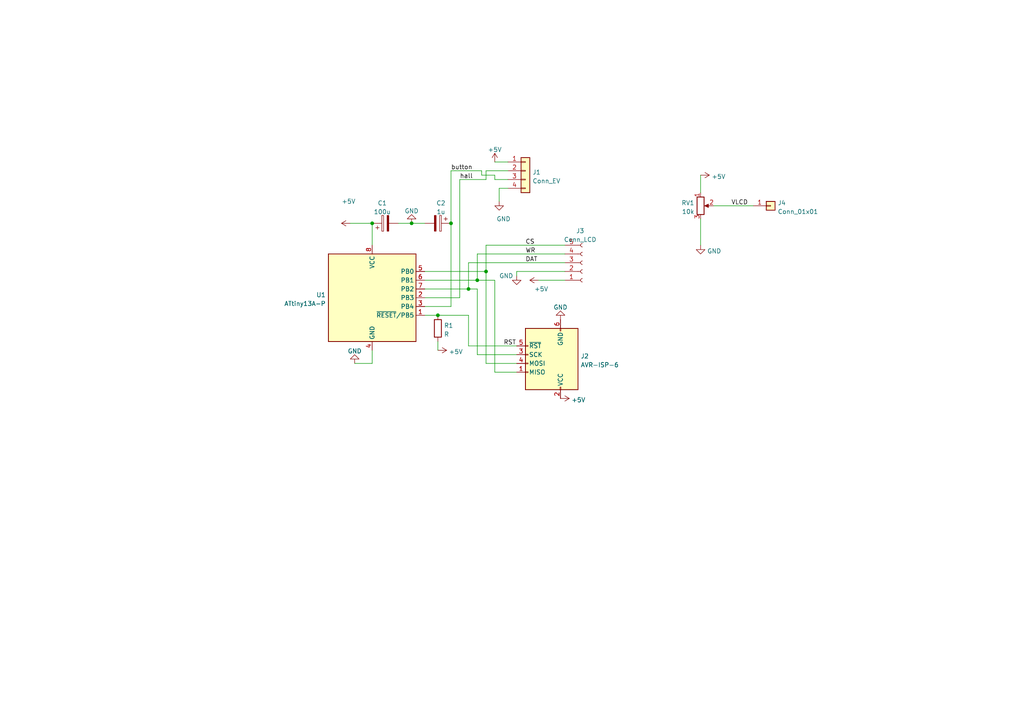
<source format=kicad_sch>
(kicad_sch (version 20211123) (generator eeschema)
  (paper "A4")
  (lib_symbols
    (symbol "Connector:AVR-ISP-6" (pin_names (offset 1.016))
      (property "Reference" "J" (at -6.35 11.43 0))
      (property "Value" "AVR-ISP-6" (at 0 11.43 0))
      (symbol "AVR-ISP-6_0_1"
        (rectangle (start -2.667 -6.858) (end -2.413 -7.62))
        (rectangle (start -2.667 10.16) (end -2.413 9.398))
        (rectangle (start 7.62 -2.413) (end 6.858 -2.667))
        (rectangle (start 7.62 0.127) (end 6.858 -0.127))
        (rectangle (start 7.62 2.667) (end 6.858 2.413))
        (rectangle (start 7.62 5.207) (end 6.858 4.953))
        (rectangle (start 7.62 10.16) (end -7.62 -7.62) (stroke (width 0.254)) (fill (type background)))
      )
      (symbol "AVR-ISP-6_1_1"
        (pin passive line (at 10.16 5.08 180) (length 2.54) (name "MISO") (number "1"))
        (pin passive line (at -2.54 12.7 270) (length 2.54) (name "VCC") (number "2"))
        (pin passive line (at 10.16 0 180) (length 2.54) (name "SCK") (number "3"))
        (pin passive line (at 10.16 2.54 180) (length 2.54) (name "MOSI") (number "4"))
        (pin passive line (at 10.16 -2.54 180) (length 2.54) (name "~{RST}") (number "5"))
        (pin passive line (at -2.54 -10.16 90) (length 2.54) (name "GND") (number "6"))
      )
    )
    (symbol "Connector:Conn_01x05_Female" (pin_names (offset 1.016) hide)
      (property "Reference" "J" (at 0 7.62 0))
      (property "Value" "Conn_01x05_Female" (at 0 -7.62 0))
      (symbol "Conn_01x05_Female_1_1"
        (arc (start 0 -4.572) (mid -0.508 -5.08) (end 0 -5.588) (stroke (width 0.1524)))
        (arc (start 0 -2.032) (mid -0.508 -2.54) (end 0 -3.048) (stroke (width 0.1524)))
        (polyline (pts (xy -1.27 -5.08) (xy -0.508 -5.08)) (stroke (width 0.1524)))
        (polyline (pts (xy -1.27 -2.54) (xy -0.508 -2.54)) (stroke (width 0.1524)))
        (polyline (pts (xy -1.27 0) (xy -0.508 0)) (stroke (width 0.1524)))
        (polyline (pts (xy -1.27 2.54) (xy -0.508 2.54)) (stroke (width 0.1524)))
        (polyline (pts (xy -1.27 5.08) (xy -0.508 5.08)) (stroke (width 0.1524)))
        (arc (start 0 0.508) (mid -0.508 0) (end 0 -0.508) (stroke (width 0.1524)))
        (arc (start 0 3.048) (mid -0.508 2.54) (end 0 2.032) (stroke (width 0.1524)))
        (arc (start 0 5.588) (mid -0.508 5.08) (end 0 4.572) (stroke (width 0.1524)))
        (pin passive line (at -5.08 5.08 0) (length 3.81) (name "Pin_1") (number "1"))
        (pin passive line (at -5.08 2.54 0) (length 3.81) (name "Pin_2") (number "2"))
        (pin passive line (at -5.08 0 0) (length 3.81) (name "Pin_3") (number "3"))
        (pin passive line (at -5.08 -2.54 0) (length 3.81) (name "Pin_4") (number "4"))
        (pin passive line (at -5.08 -5.08 0) (length 3.81) (name "Pin_5") (number "5"))
      )
    )
    (symbol "Connector_Generic:Conn_01x01" (pin_names (offset 1.016) hide)
      (property "Reference" "J" (at 0 2.54 0))
      (property "Value" "Conn_01x01" (at 0 -2.54 0))
      (symbol "Conn_01x01_1_1"
        (rectangle (start -1.27 0.127) (end 0 -0.127) (stroke (width 0.1524)))
        (rectangle (start -1.27 1.27) (end 1.27 -1.27) (stroke (width 0.254)) (fill (type background)))
        (pin passive line (at -5.08 0 0) (length 3.81) (name "Pin_1") (number "1"))
      )
    )
    (symbol "Connector_Generic:Conn_01x04" (pin_names (offset 1.016) hide)
      (property "Reference" "J" (at 0 5.08 0))
      (property "Value" "Conn_01x04" (at 0 -7.62 0))
      (symbol "Conn_01x04_1_1"
        (rectangle (start -1.27 -4.953) (end 0 -5.207) (stroke (width 0.1524)))
        (rectangle (start -1.27 -2.413) (end 0 -2.667) (stroke (width 0.1524)))
        (rectangle (start -1.27 0.127) (end 0 -0.127) (stroke (width 0.1524)))
        (rectangle (start -1.27 2.667) (end 0 2.413) (stroke (width 0.1524)))
        (rectangle (start -1.27 3.81) (end 1.27 -6.35) (stroke (width 0.254)) (fill (type background)))
        (pin passive line (at -5.08 2.54 0) (length 3.81) (name "Pin_1") (number "1"))
        (pin passive line (at -5.08 0 0) (length 3.81) (name "Pin_2") (number "2"))
        (pin passive line (at -5.08 -2.54 0) (length 3.81) (name "Pin_3") (number "3"))
        (pin passive line (at -5.08 -5.08 0) (length 3.81) (name "Pin_4") (number "4"))
      )
    )
    (symbol "Device:C_Polarized" (pin_numbers hide) (pin_names (offset 0.254))
      (property "Reference" "C" (at 0.635 2.54 0))
      (property "Value" "C_Polarized" (at 0.635 -2.54 0))
      (symbol "C_Polarized_0_1"
        (rectangle (start -2.286 0.508) (end 2.286 1.016))
        (polyline (pts (xy -1.778 2.286) (xy -0.762 2.286)))
        (polyline (pts (xy -1.27 2.794) (xy -1.27 1.778)))
        (rectangle (start 2.286 -0.508) (end -2.286 -1.016) (fill (type outline)))
      )
      (symbol "C_Polarized_1_1"
        (pin passive line (at 0 3.81 270) (length 2.794) (name "~") (number "1"))
        (pin passive line (at 0 -3.81 90) (length 2.794) (name "~") (number "2"))
      )
    )
    (symbol "Device:R" (pin_numbers hide) (pin_names (offset 0))
      (property "Reference" "R" (at 2.032 0 90))
      (property "Value" "R" (at 0 0 90))
      (symbol "R_0_1"
        (rectangle (start -1.016 -2.54) (end 1.016 2.54) (stroke (width 0.254)))
      )
      (symbol "R_1_1"
        (pin passive line (at 0 3.81 270) (length 1.27) (name "~") (number "1"))
        (pin passive line (at 0 -3.81 90) (length 1.27) (name "~") (number "2"))
      )
    )
    (symbol "Device:R_Potentiometer" (pin_names (offset 1.016) hide)
      (property "Reference" "RV" (at -4.445 0 90))
      (property "Value" "R_Potentiometer" (at -2.54 0 90))
      (symbol "R_Potentiometer_0_1"
        (polyline (pts (xy 2.54 0) (xy 1.524 0)))
        (polyline (pts (xy 1.143 0) (xy 2.286 0.508) (xy 2.286 -0.508) (xy 1.143 0)) (fill (type outline)))
        (rectangle (start 1.016 2.54) (end -1.016 -2.54) (stroke (width 0.254)))
      )
      (symbol "R_Potentiometer_1_1"
        (pin passive line (at 0 3.81 270) (length 1.27) (name "1") (number "1"))
        (pin passive line (at 3.81 0 180) (length 1.27) (name "2") (number "2"))
        (pin passive line (at 0 -3.81 90) (length 1.27) (name "3") (number "3"))
      )
    )
    (symbol "MCU_Microchip_ATtiny:ATtiny13A-P"
      (property "Reference" "U" (at -12.7 13.97 0))
      (property "Value" "ATtiny13A-P" (at 2.54 -13.97 0))
      (symbol "ATtiny13A-P_0_1"
        (rectangle (start -12.7 -12.7) (end 12.7 12.7) (stroke (width 0.254)) (fill (type background)))
      )
      (symbol "ATtiny13A-P_1_1"
        (pin bidirectional line (at 15.24 -5.08 180) (length 2.54) (name "~{RESET}/PB5") (number "1"))
        (pin bidirectional line (at 15.24 0 180) (length 2.54) (name "PB3") (number "2"))
        (pin bidirectional line (at 15.24 -2.54 180) (length 2.54) (name "PB4") (number "3"))
        (pin power_in line (at 0 -15.24 90) (length 2.54) (name "GND") (number "4"))
        (pin bidirectional line (at 15.24 7.62 180) (length 2.54) (name "PB0") (number "5"))
        (pin bidirectional line (at 15.24 5.08 180) (length 2.54) (name "PB1") (number "6"))
        (pin bidirectional line (at 15.24 2.54 180) (length 2.54) (name "PB2") (number "7"))
        (pin power_in line (at 0 15.24 270) (length 2.54) (name "VCC") (number "8"))
      )
    )
    (symbol "power:+5V" (power) (pin_names (offset 0))
      (property "Value" "+5V" (at 0 3.556 0))
      (symbol "+5V_0_1"
        (polyline (pts (xy -0.762 1.27) (xy 0 2.54)))
        (polyline (pts (xy 0 0) (xy 0 2.54)))
        (polyline (pts (xy 0 2.54) (xy 0.762 1.27)))
      )
      (symbol "+5V_1_1"
        (pin power_in line (at 0 0 90) (length 0) hide (name "+5V") (number "1"))
      )
    )
    (symbol "power:GND" (power) (pin_names (offset 0))
      (property "Value" "GND" (at 0 -3.81 0))
      (symbol "GND_0_1"
        (polyline (pts (xy 0 0) (xy 0 -1.27) (xy 1.27 -1.27) (xy 0 -2.54) (xy -1.27 -1.27) (xy 0 -1.27)))
      )
      (symbol "GND_1_1"
        (pin power_in line (at 0 0 270) (length 0) hide (name "GND") (number "1"))
      )
    )
  )
  (junction (at 140.97 78.74))
  (junction (at 138.43 81.28))
  (junction (at 127 91.44))
  (junction (at 135.89 83.82))
  (junction (at 107.95 64.77))
  (junction (at 130.81 64.77))
  (junction (at 119.38 64.77))
  (wire (pts (xy 143.51 46.99) (xy 147.32 46.99)))
  (wire (pts (xy 123.19 81.28) (xy 138.43 81.28)))
  (wire (pts (xy 144.78 54.61) (xy 144.78 58.42)))
  (wire (pts (xy 147.32 49.53) (xy 140.97 49.53)))
  (wire (pts (xy 133.35 86.36) (xy 133.35 52.07)))
  (wire (pts (xy 107.95 101.6) (xy 107.95 105.41)))
  (wire (pts (xy 123.19 86.36) (xy 133.35 86.36)))
  (wire (pts (xy 135.89 76.2) (xy 135.89 83.82)))
  (wire (pts (xy 149.86 102.87) (xy 138.43 102.87)))
  (wire (pts (xy 130.81 88.9) (xy 130.81 64.77)))
  (wire (pts (xy 135.89 83.82) (xy 138.43 83.82)))
  (wire (pts (xy 123.19 91.44) (xy 127 91.44)))
  (wire (pts (xy 140.97 71.12) (xy 163.83 71.12)))
  (wire (pts (xy 138.43 81.28) (xy 143.51 81.28)))
  (wire (pts (xy 149.86 100.33) (xy 135.89 100.33)))
  (wire (pts (xy 163.83 78.74) (xy 149.86 78.74)))
  (wire (pts (xy 149.86 105.41) (xy 140.97 105.41)))
  (wire (pts (xy 135.89 76.2) (xy 163.83 76.2)))
  (wire (pts (xy 147.32 52.07) (xy 143.51 52.07)))
  (wire (pts (xy 130.81 64.77) (xy 130.81 49.53)))
  (wire (pts (xy 140.97 52.07) (xy 133.35 52.07)))
  (wire (pts (xy 140.97 49.53) (xy 140.97 52.07)))
  (wire (pts (xy 140.97 105.41) (xy 140.97 78.74)))
  (wire (pts (xy 163.83 73.66) (xy 138.43 73.66)))
  (wire (pts (xy 135.89 100.33) (xy 135.89 91.44)))
  (wire (pts (xy 147.32 54.61) (xy 144.78 54.61)))
  (wire (pts (xy 143.51 107.95) (xy 149.86 107.95)))
  (wire (pts (xy 135.89 91.44) (xy 127 91.44)))
  (wire (pts (xy 203.2 50.8) (xy 203.2 55.88)))
  (wire (pts (xy 149.86 78.74) (xy 149.86 80.01)))
  (wire (pts (xy 119.38 64.77) (xy 123.19 64.77)))
  (wire (pts (xy 107.95 105.41) (xy 102.87 105.41)))
  (wire (pts (xy 203.2 63.5) (xy 203.2 71.12)))
  (wire (pts (xy 101.6 64.77) (xy 107.95 64.77)))
  (wire (pts (xy 156.21 81.28) (xy 163.83 81.28)))
  (wire (pts (xy 143.51 52.07) (xy 143.51 50.8)))
  (wire (pts (xy 143.51 50.8) (xy 139.7 50.8)))
  (wire (pts (xy 143.51 81.28) (xy 143.51 107.95)))
  (wire (pts (xy 127 99.06) (xy 127 101.6)))
  (wire (pts (xy 107.95 64.77) (xy 107.95 71.12)))
  (wire (pts (xy 123.19 83.82) (xy 135.89 83.82)))
  (wire (pts (xy 139.7 50.8) (xy 139.7 49.53)))
  (wire (pts (xy 139.7 49.53) (xy 130.81 49.53)))
  (wire (pts (xy 138.43 73.66) (xy 138.43 81.28)))
  (wire (pts (xy 140.97 71.12) (xy 140.97 78.74)))
  (wire (pts (xy 140.97 78.74) (xy 123.19 78.74)))
  (wire (pts (xy 207.01 59.69) (xy 218.44 59.69)))
  (wire (pts (xy 138.43 102.87) (xy 138.43 83.82)))
  (wire (pts (xy 123.19 88.9) (xy 130.81 88.9)))
  (wire (pts (xy 115.57 64.77) (xy 119.38 64.77)))
  (label "WR" (at 152.4 73.66 0))
  (label "DAT" (at 152.4 76.2 0))
  (label "CS" (at 152.4 71.12 0))
  (label "hall" (at 133.35 52.07 0))
  (label "RST" (at 146.05 100.33 0))
  (label "button" (at 130.81 49.53 0))
  (label "VLCD" (at 212.09 59.69 0))
  (symbol (lib_id "power:GND") (at 144.78 58.42 0) (unit 1)
    (property "Reference" "#PWR0106" (effects hide))
    (property "Value" "GND" (at 146.05 63.5 0))
  )
  (symbol (lib_id "power:+5V") (at 143.51 46.99 0) (unit 1)
    (property "Reference" "#PWR0101" (effects hide))
    (property "Value" "+5V" (at 143.51 43.4142 0))
  )
  (symbol (lib_id "Connector_Generic:Conn_01x04") (at 152.4 49.53 0) (unit 1)
    (property "Reference" "J1" (at 154.432 49.9653 0) (effects (justify left)))
    (property "Value" "Conn_EV" (at 154.432 52.5022 0) (effects (justify left)))
    (property "Footprint" "Connector_PinHeader_2.54mm:PinHeader_1x04_P2.54mm_Vertical" (effects hide))
  )
  (symbol (lib_id "power:+5V") (at 162.56 115.57 270) (unit 1)
    (property "Reference" "#PWR0104" (effects hide))
    (property "Value" "+5V" (at 165.735 116.0038 90) (effects (justify left)))
  )
  (symbol (lib_id "power:GND") (at 149.86 80.01 0) (unit 1)
    (property "Reference" "#PWR0105" (effects hide))
    (property "Value" "GND" (at 144.78 80.01 0) (effects (justify left)))
  )
  (symbol (lib_id "power:+5V") (at 127 101.6 270) (unit 1)
    (property "Reference" "#PWR0108" (effects hide))
    (property "Value" "+5V" (at 130.175 102.0338 90) (effects (justify left)))
  )
  (symbol (lib_id "power:+5V") (at 203.2 50.8 270) (unit 1)
    (property "Reference" "#PWR01" (effects hide))
    (property "Value" "+5V" (at 206.375 51.2338 90) (effects (justify left)))
  )
  (symbol (lib_id "power:GND") (at 162.56 92.71 180) (unit 1)
    (property "Reference" "#PWR0103" (effects hide))
    (property "Value" "GND" (at 162.56 89.1342 0))
  )
  (symbol (lib_id "Device:C_Polarized") (at 127 64.77 270) (unit 1)
    (property "Reference" "C2" (at 127.889 58.9112 90))
    (property "Value" "1u" (at 127.889 61.4481 90))
    (property "Footprint" "Capacitor_Tantalum_SMD:CP_EIA-3216-12_Kemet-S" (effects hide))
  )
  (symbol (lib_id "Device:R_Potentiometer") (at 203.2 59.69 0) (unit 1)
    (property "Reference" "RV1" (at 201.4221 58.8553 0) (effects (justify right)))
    (property "Value" "10k" (at 201.4221 61.3922 0) (effects (justify right)))
    (property "Footprint" "Potentiometer_THT:Potentiometer_ACP_CA9-H5_Horizontal" (effects hide))
  )
  (symbol (lib_id "MCU_Microchip_ATtiny:ATtiny13A-P") (at 107.95 86.36 0) (unit 1)
    (property "Reference" "U1" (at 94.4881 85.5253 0) (effects (justify right)))
    (property "Value" "ATtiny13A-P" (at 94.4881 88.0622 0) (effects (justify right)))
    (property "Footprint" "Package_DIP:DIP-8_W7.62mm" (effects hide))
    (property "Datasheet" "http://ww1.microchip.com/downloads/en/DeviceDoc/doc8126.pdf" (effects hide))
  )
  (symbol (lib_id "power:GND") (at 102.87 105.41 180) (unit 1)
    (property "Reference" "#PWR0107" (effects hide))
    (property "Value" "GND" (at 102.87 101.8342 0))
  )
  (symbol (lib_id "power:+5V") (at 156.21 81.28 90) (unit 1)
    (property "Reference" "#PWR0102" (effects hide))
    (property "Value" "+5V" (at 154.94 83.82 90) (effects (justify right)))
  )
  (symbol (lib_id "Connector:Conn_01x05_Female") (at 168.91 76.2 0) (mirror x) (unit 1)
    (property "Reference" "J3" (at 168.275 66.963 0))
    (property "Value" "Conn_LCD" (at 168.275 69.4999 0))
    (property "Footprint" "Connector_PinHeader_2.54mm:PinHeader_1x05_P2.54mm_Vertical" (effects hide))
  )
  (symbol (lib_id "power:+5V") (at 101.6 64.77 90) (unit 1)
    (property "Reference" "#PWR0109" (effects hide))
    (property "Value" "+5V" (at 99.06 58.42 90) (effects (justify right)))
  )
  (symbol (lib_id "power:GND") (at 203.2 71.12 0) (unit 1)
    (property "Reference" "#PWR02" (effects hide))
    (property "Value" "GND" (at 205.105 72.8238 0) (effects (justify left)))
  )
  (symbol (lib_id "Device:R") (at 127 95.25 0) (unit 1)
    (property "Reference" "R1" (at 128.778 94.4153 0) (effects (justify left)))
    (property "Value" "R" (at 128.778 96.9522 0) (effects (justify left)))
    (property "Footprint" "Resistor_SMD:R_1206_3216Metric_Pad1.30x1.75mm_HandSolder" (effects hide))
  )
  (symbol (lib_id "Connector:AVR-ISP-6") (at 160.02 102.87 180) (unit 1)
    (property "Reference" "J2" (at 168.402 103.3053 0) (effects (justify right)))
    (property "Value" "AVR-ISP-6" (at 168.402 105.8422 0) (effects (justify right)))
    (property "Footprint" "Connector_PinHeader_2.54mm:PinHeader_2x03_P2.54mm_Vertical_SMD" (effects hide))
    (property "Datasheet" " ~" (effects hide))
  )
  (symbol (lib_id "Connector_Generic:Conn_01x01") (at 223.52 59.69 0) (unit 1)
    (property "Reference" "J4" (at 225.552 58.8553 0) (effects (justify left)))
    (property "Value" "Conn_01x01" (at 225.552 61.3922 0) (effects (justify left)))
    (property "Footprint" "Connector_PinHeader_2.54mm:PinHeader_1x01_P2.54mm_Vertical" (effects hide))
  )
  (symbol (lib_id "Device:C_Polarized") (at 111.76 64.77 90) (unit 1)
    (property "Reference" "C1" (at 110.871 58.9112 90))
    (property "Value" "100u" (at 110.871 61.4481 90))
    (property "Footprint" "Capacitor_THT:CP_Radial_D8.0mm_P5.00mm" (effects hide))
  )
  (symbol (lib_id "power:GND") (at 119.38 64.77 180) (unit 1)
    (property "Reference" "#PWR0110" (effects hide))
    (property "Value" "GND" (at 119.38 61.1942 0))
  )
)
</source>
